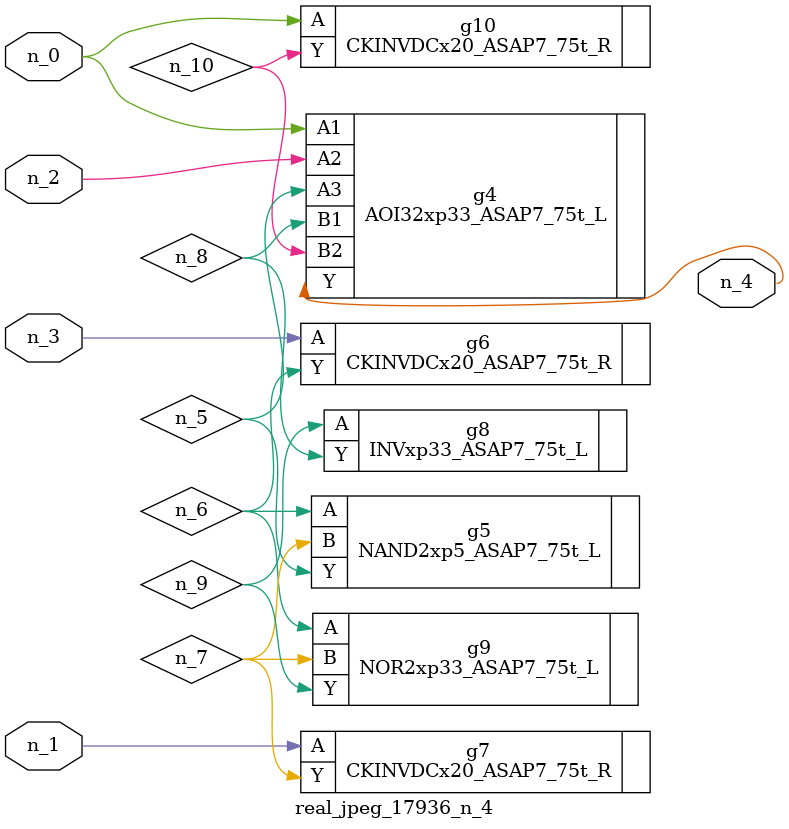
<source format=v>
module real_jpeg_17936_n_4 (n_3, n_1, n_0, n_2, n_4);

input n_3;
input n_1;
input n_0;
input n_2;

output n_4;

wire n_5;
wire n_8;
wire n_6;
wire n_7;
wire n_10;
wire n_9;

AOI32xp33_ASAP7_75t_L g4 ( 
.A1(n_0),
.A2(n_2),
.A3(n_5),
.B1(n_8),
.B2(n_10),
.Y(n_4)
);

CKINVDCx20_ASAP7_75t_R g10 ( 
.A(n_0),
.Y(n_10)
);

CKINVDCx20_ASAP7_75t_R g7 ( 
.A(n_1),
.Y(n_7)
);

CKINVDCx20_ASAP7_75t_R g6 ( 
.A(n_3),
.Y(n_6)
);

NAND2xp5_ASAP7_75t_L g5 ( 
.A(n_6),
.B(n_7),
.Y(n_5)
);

NOR2xp33_ASAP7_75t_L g9 ( 
.A(n_6),
.B(n_7),
.Y(n_9)
);

INVxp33_ASAP7_75t_L g8 ( 
.A(n_9),
.Y(n_8)
);


endmodule
</source>
